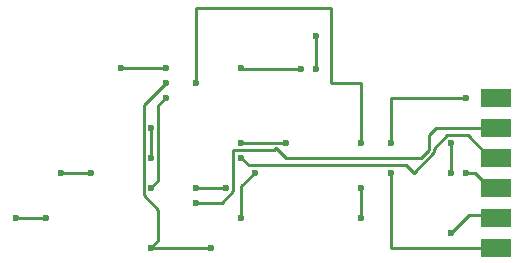
<source format=gbl>
G04 #@! TF.FileFunction,Copper,L2,Bot,Signal*
%FSLAX46Y46*%
G04 Gerber Fmt 4.6, Leading zero omitted, Abs format (unit mm)*
G04 Created by KiCad (PCBNEW 4.0.0-rc1-stable) date 11/29/2015 8:31:11 PM*
%MOMM*%
G01*
G04 APERTURE LIST*
%ADD10C,0.100000*%
%ADD11R,2.540000X1.524000*%
%ADD12C,0.600000*%
%ADD13C,0.250000*%
G04 APERTURE END LIST*
D10*
D11*
X177800000Y-97790000D03*
X177800000Y-100330000D03*
X177800000Y-102870000D03*
X177800000Y-105410000D03*
X177800000Y-107950000D03*
X177800000Y-110490000D03*
D12*
X175260000Y-104140000D03*
X139700000Y-107950000D03*
X137160000Y-107950000D03*
X156210000Y-101600000D03*
X160020000Y-101600000D03*
X140970000Y-104140000D03*
X143510000Y-104140000D03*
X146050000Y-95250000D03*
X149860000Y-95250000D03*
X156210000Y-95250000D03*
X161290000Y-95355010D03*
X149860000Y-96520000D03*
X148590000Y-110489276D03*
X153670000Y-110490000D03*
X152400000Y-105410000D03*
X154940000Y-105410000D03*
X162560000Y-95355010D03*
X162560000Y-92604990D03*
X148590000Y-102870000D03*
X148590000Y-100330000D03*
X157374990Y-104140000D03*
X156210000Y-107950000D03*
X175260000Y-97790000D03*
X168910000Y-101600000D03*
X168910000Y-104140000D03*
X173990000Y-101600000D03*
X173990000Y-104140000D03*
X152400000Y-106680000D03*
X156210000Y-102870000D03*
X173990000Y-109220000D03*
X149860000Y-97790000D03*
X148590000Y-105410000D03*
X152400000Y-96520000D03*
X166370000Y-101600000D03*
X166370000Y-105410000D03*
X166370000Y-107950000D03*
D13*
X177800000Y-105410000D02*
X177292000Y-105410000D01*
X177292000Y-105410000D02*
X176022000Y-104140000D01*
X176022000Y-104140000D02*
X175260000Y-104140000D01*
X137160000Y-107950000D02*
X139700000Y-107950000D01*
X157480000Y-101600000D02*
X156210000Y-101600000D01*
X160020000Y-101600000D02*
X157374990Y-101600000D01*
X157480000Y-101600000D02*
X157374990Y-101600000D01*
X143510000Y-104140000D02*
X140970000Y-104140000D01*
X149860000Y-95250000D02*
X146050000Y-95250000D01*
X156315010Y-95355010D02*
X156210000Y-95250000D01*
X161290000Y-95355010D02*
X156315010Y-95355010D01*
X147964999Y-104765001D02*
X147964999Y-98415001D01*
X147964999Y-98415001D02*
X149860000Y-96520000D01*
X149215001Y-107305001D02*
X147964999Y-106054999D01*
X147964999Y-106054999D02*
X147964999Y-104765001D01*
X148590000Y-110489276D02*
X149215001Y-109864275D01*
X149215001Y-109864275D02*
X149215001Y-107305001D01*
X153670000Y-110490000D02*
X148590724Y-110490000D01*
X148590724Y-110490000D02*
X148590000Y-110489276D01*
X154940000Y-105410000D02*
X152400000Y-105410000D01*
X162560000Y-92604990D02*
X162560000Y-95355010D01*
X148590000Y-100330000D02*
X148590000Y-102870000D01*
X156210000Y-107950000D02*
X156210000Y-105304990D01*
X156210000Y-105304990D02*
X157374990Y-104140000D01*
X168910000Y-97790000D02*
X175260000Y-97790000D01*
X168910000Y-101600000D02*
X168910000Y-97790000D01*
X168910000Y-105410000D02*
X168910000Y-104140000D01*
X168910000Y-110490000D02*
X168910000Y-105410000D01*
X172720000Y-110490000D02*
X168910000Y-110490000D01*
X177800000Y-110490000D02*
X172720000Y-110490000D01*
X173990000Y-102244990D02*
X173990000Y-101600000D01*
X173990000Y-104140000D02*
X173990000Y-102244990D01*
X159200010Y-102050010D02*
X159025019Y-102225001D01*
X159025019Y-102225001D02*
X155584999Y-102225001D01*
X160020000Y-102870000D02*
X159200010Y-102050010D01*
X171450000Y-102870000D02*
X160020000Y-102870000D01*
X172094999Y-102225001D02*
X171450000Y-102870000D01*
X155565001Y-104784999D02*
X155565001Y-104913601D01*
X155565001Y-104913601D02*
X155565001Y-105710001D01*
X155565001Y-102244999D02*
X155565001Y-104913601D01*
X177800000Y-100330000D02*
X172720000Y-100330000D01*
X172720000Y-100330000D02*
X172094999Y-100955001D01*
X172094999Y-100955001D02*
X172094999Y-102225001D01*
X155584999Y-102225001D02*
X155565001Y-102244999D01*
X155565001Y-105710001D02*
X154595002Y-106680000D01*
X154595002Y-106680000D02*
X152400000Y-106680000D01*
X177800000Y-100330000D02*
X177292000Y-100330000D01*
X170816410Y-104140000D02*
X170191409Y-103514999D01*
X170191409Y-103514999D02*
X156854999Y-103514999D01*
X156854999Y-103514999D02*
X156210000Y-102870000D01*
X177800000Y-102870000D02*
X177292000Y-102870000D01*
X177292000Y-102870000D02*
X175396999Y-100974999D01*
X172545009Y-102119989D02*
X172545009Y-102411401D01*
X175396999Y-100974999D02*
X173689999Y-100974999D01*
X173689999Y-100974999D02*
X172545009Y-102119989D01*
X172545009Y-102411401D02*
X170816410Y-104140000D01*
X175472132Y-107737868D02*
X173990000Y-109220000D01*
X176029998Y-107737868D02*
X175472132Y-107737868D01*
X176029998Y-107737868D02*
X177587868Y-107737868D01*
X177587868Y-107737868D02*
X177800000Y-107950000D01*
X148590000Y-105410000D02*
X149215001Y-104784999D01*
X149215001Y-104784999D02*
X149215001Y-98434999D01*
X149215001Y-98434999D02*
X149860000Y-97790000D01*
X152400000Y-90170000D02*
X152400000Y-96520000D01*
X163830000Y-90170000D02*
X152400000Y-90170000D01*
X163830000Y-92949988D02*
X163830000Y-90170000D01*
X163830000Y-96520000D02*
X163830000Y-92949988D01*
X166370000Y-96520000D02*
X163830000Y-96520000D01*
X166370000Y-101600000D02*
X166370000Y-96520000D01*
X166370000Y-107950000D02*
X166370000Y-105410000D01*
M02*

</source>
